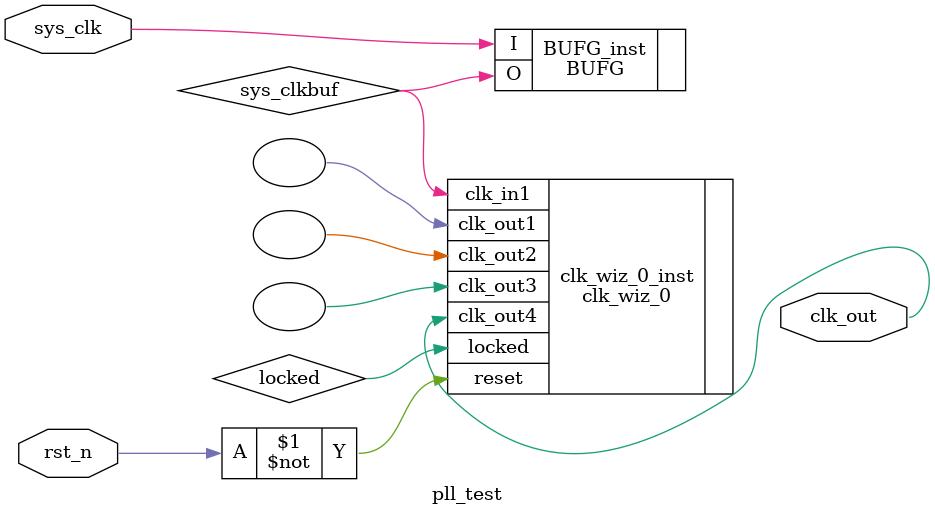
<source format=v>
`timescale 1ns / 1ps
                        
//================================================================================
//  Revision History:
 //  Date          By            Revision    Change Description
//--------------------------------------------------------------------------------
//  2018/01/03     lhj          1.0         Original
//*******************************************************************************/
//////////////////////////////////////////////////////////////////////////////////
module pll_test(
 input      sys_clk,            //system clock 25Mhz on board
input       rst_n,             //reset ,low active
output      clk_out           //pll clock output 

    );
    
wire        locked;


wire 	sys_clkbuf ;

BUFG BUFG_inst (
   .O(sys_clkbuf), // 1-bit output: Clock output.
   .I(sys_clk)  // 1-bit input: Clock input.
);


/////////////////////PLL IP call////////////////////////////
clk_wiz_0 clk_wiz_0_inst
   (// Clock in ports
    .clk_in1(sys_clkbuf),            // IN 25Mhz
    // Clock out ports
    .clk_out1(),                // OUT 200Mhz
    .clk_out2(),               // OUT 100Mhz
    .clk_out3(),              // OUT 50Mhz
    .clk_out4(clk_out),    // OUT 25Mhz	 
    // Status and control signals	 
    .reset(~rst_n),        // pll reset, high-active
    .locked(locked));     // OUT

 

endmodule

</source>
